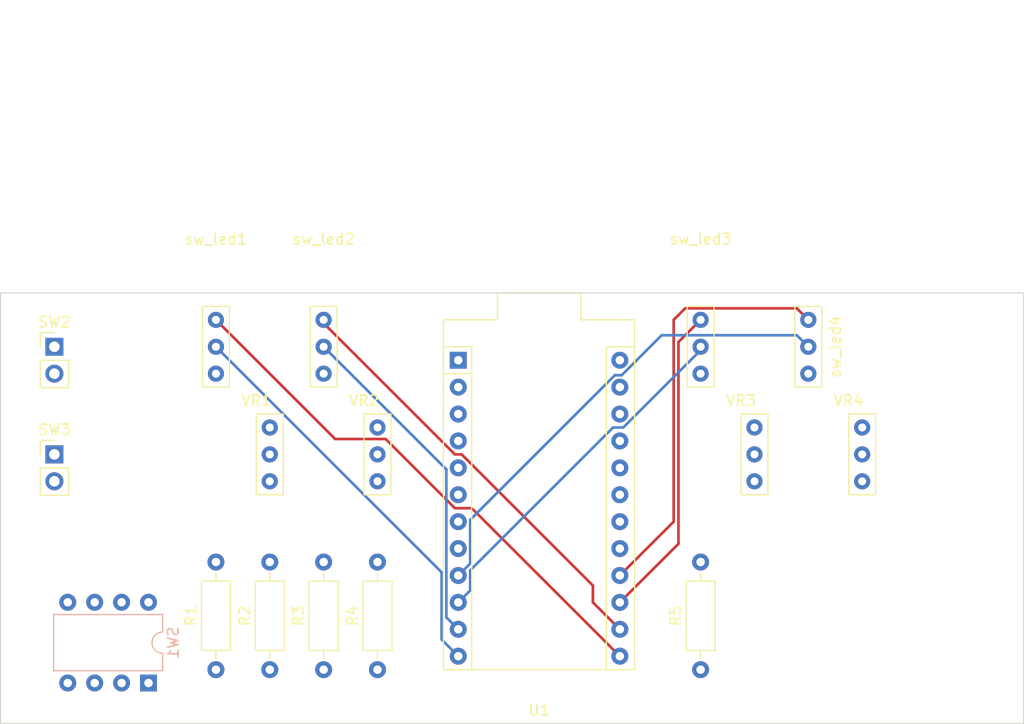
<source format=kicad_pcb>
(kicad_pcb (version 20211014) (generator pcbnew)
  (layers (0 "F.Cu" signal) (31 "B.Cu" signal) (34 "B.Paste" user) (35 "F.Paste" user) (36 "B.SilkS" user "B.Silkscreen") (37 "F.SilkS" user "F.Silkscreen") (38 "B.Mask" user) (39 "F.Mask" user) (44 "Edge.Cuts" user))
  (net 0 "")
  (net 1 "Net-(R1-Pad1)")
  (net 2 "Net-(R1-Pad2)")
  (net 3 "Net-(R2-Pad1)")
  (net 4 "Net-(R3-Pad1)")
  (net 5 "Net-(R4-Pad1)")
  (net 6 "GND")
  (net 7 "+5V")
  (net 8 "Net-(SW2-Pad2)")
  (net 9 "Net-(SW3-Pad2)")
  (net 10 "Net-(U1-Pad13)")
  (net 11 "Net-(U1-Pad12)")
  (net 12 "Net-(U1-Pad14)")
  (net 13 "Net-(U1-Pad11)")
  (net 14 "Net-(U1-Pad15)")
  (net 15 "Net-(U1-Pad10)")
  (net 16 "Net-(U1-Pad16)")
  (net 17 "Net-(U1-Pad9)")
  (net 20 "Net-(U1-Pad17)")
  (net 21 "Net-(U1-Pad18)")
  (net 22 "Net-(U1-Pad19)")
  (net 23 "Net-(U1-Pad20)")
  (footprint "RobotController:ArcadeButton" (layer "F.Cu") (at 93.98 96.52)
    (fp_text reference "sw_led1" (at 0 -7.62 unlocked) (layer "F.SilkS"))
    (fp_text value "ArcadeButton")
    (fp_rect (start -1.27 -1.27) (end 1.27 6.35) (layer "F.SilkS") (width 0.12) (fill none))
    (pad "1" thru_hole circle (at 0 0) (size 1.524 1.524) (drill 0.762) (layers *.Cu *.Mask) (net 10 "Net-(U1-Pad13)"))
    (pad "2" thru_hole circle (at 0 2.54) (size 1.524 1.524) (drill 0.762) (layers *.Cu *.Mask) (net 11 "Net-(U1-Pad12)"))
    (pad "3" thru_hole circle (at 0 5.08) (size 1.524 1.524) (drill 0.762) (layers *.Cu *.Mask) (net 6 "GND"))
  )
  (footprint "RobotController:SliderPot" (layer "F.Cu") (at 144.78 106.68)
    (fp_text reference "VR3" (at -1.27 -2.54 unlocked) (layer "F.SilkS"))
    (fp_text value "SliderPot")
    (fp_rect (start -1.27 -1.27) (end 1.27 6.35) (layer "F.SilkS") (width 0.12) (fill none))
    (pad "1" thru_hole circle (at 0 0) (size 1.524 1.524) (drill 0.762) (layers *.Cu *.Mask) (net 21 "Net-(U1-Pad18)"))
    (pad "2" thru_hole circle (at 0 2.54) (size 1.524 1.524) (drill 0.762) (layers *.Cu *.Mask) (net 7 "+5V"))
    (pad "3" thru_hole circle (at 0 5.08) (size 1.524 1.524) (drill 0.762) (layers *.Cu *.Mask) (net 6 "GND"))
  )
  (footprint "RobotController:ArcadeButton" (layer "F.Cu") (at 149.86 96.52)
    (fp_text reference "sw_led4" (at 2.54 2.54 90 unlocked) (layer "F.SilkS"))
    (fp_text value "ArcadeButton")
    (fp_rect (start -1.27 -1.27) (end 1.27 6.35) (layer "F.SilkS") (width 0.12) (fill none))
    (pad "1" thru_hole circle (at 0 0) (size 1.524 1.524) (drill 0.762) (layers *.Cu *.Mask) (net 16 "Net-(U1-Pad16)"))
    (pad "2" thru_hole circle (at 0 2.54) (size 1.524 1.524) (drill 0.762) (layers *.Cu *.Mask) (net 17 "Net-(U1-Pad9)"))
    (pad "3" thru_hole circle (at 0 5.08) (size 1.524 1.524) (drill 0.762) (layers *.Cu *.Mask) (net 6 "GND"))
  )
  (footprint "RobotController:SliderPot" (layer "F.Cu") (at 109.22 106.68)
    (fp_text reference "VR2" (at -1.27 -2.54 unlocked) (layer "F.SilkS"))
    (fp_text value "SliderPot")
    (fp_rect (start -1.27 -1.27) (end 1.27 6.35) (layer "F.SilkS") (width 0.12) (fill none))
    (pad "1" thru_hole circle (at 0 0) (size 1.524 1.524) (drill 0.762) (layers *.Cu *.Mask) (net 22 "Net-(U1-Pad19)"))
    (pad "2" thru_hole circle (at 0 2.54) (size 1.524 1.524) (drill 0.762) (layers *.Cu *.Mask) (net 7 "+5V"))
    (pad "3" thru_hole circle (at 0 5.08) (size 1.524 1.524) (drill 0.762) (layers *.Cu *.Mask) (net 6 "GND"))
  )
  (footprint "Resistor_THT:R_Axial_DIN0207_L6.3mm_D2.5mm_P10.16mm_Horizontal" (layer "F.Cu") (at 99.06 129.54 90)
    (fp_text reference "R2" (at 5.08 -2.37 90) (layer "F.SilkS"))
    (fp_text value "20k")
    (fp_line (start 8.35 -1.37) (end 1.81 -1.37) (layer "F.SilkS") (width 0.12))
    (fp_line (start 8.35 1.37) (end 8.35 -1.37) (layer "F.SilkS") (width 0.12))
    (fp_line (start 1.04 0) (end 1.81 0) (layer "F.SilkS") (width 0.12))
    (fp_line (start 9.12 0) (end 8.35 0) (layer "F.SilkS") (width 0.12))
    (fp_line (start 1.81 1.37) (end 8.35 1.37) (layer "F.SilkS") (width 0.12))
    (fp_line (start 1.81 -1.37) (end 1.81 1.37) (layer "F.SilkS") (width 0.12))
    (pad "1" thru_hole circle (at 0 0 90) (size 1.6 1.6) (drill 0.8) (layers *.Cu *.Mask) (net 3 "Net-(R2-Pad1)"))
    (pad "2" thru_hole oval (at 10.16 0 90) (size 1.6 1.6) (drill 0.8) (layers *.Cu *.Mask) (net 1 "Net-(R1-Pad1)"))
  )
  (footprint "Resistor_THT:R_Axial_DIN0207_L6.3mm_D2.5mm_P10.16mm_Horizontal" (layer "F.Cu") (at 139.7 129.54 90)
    (fp_text reference "R5" (at 5.08 -2.37 90) (layer "F.SilkS"))
    (fp_text value "10k")
    (fp_line (start 1.81 1.37) (end 8.35 1.37) (layer "F.SilkS") (width 0.12))
    (fp_line (start 8.35 1.37) (end 8.35 -1.37) (layer "F.SilkS") (width 0.12))
    (fp_line (start 1.04 0) (end 1.81 0) (layer "F.SilkS") (width 0.12))
    (fp_line (start 1.81 -1.37) (end 1.81 1.37) (layer "F.SilkS") (width 0.12))
    (fp_line (start 8.35 -1.37) (end 1.81 -1.37) (layer "F.SilkS") (width 0.12))
    (fp_line (start 9.12 0) (end 8.35 0) (layer "F.SilkS") (width 0.12))
    (pad "1" thru_hole circle (at 0 0 90) (size 1.6 1.6) (drill 0.8) (layers *.Cu *.Mask) (net 1 "Net-(R1-Pad1)"))
    (pad "2" thru_hole oval (at 10.16 0 90) (size 1.6 1.6) (drill 0.8) (layers *.Cu *.Mask) (net 6 "GND"))
  )
  (footprint "Resistor_THT:R_Axial_DIN0207_L6.3mm_D2.5mm_P10.16mm_Horizontal" (layer "F.Cu") (at 109.22 129.54 90)
    (fp_text reference "R4" (at 5.08 -2.37 90) (layer "F.SilkS"))
    (fp_text value "80k")
    (fp_line (start 1.81 1.37) (end 8.35 1.37) (layer "F.SilkS") (width 0.12))
    (fp_line (start 1.04 0) (end 1.81 0) (layer "F.SilkS") (width 0.12))
    (fp_line (start 9.12 0) (end 8.35 0) (layer "F.SilkS") (width 0.12))
    (fp_line (start 8.35 -1.37) (end 1.81 -1.37) (layer "F.SilkS") (width 0.12))
    (fp_line (start 1.81 -1.37) (end 1.81 1.37) (layer "F.SilkS") (width 0.12))
    (fp_line (start 8.35 1.37) (end 8.35 -1.37) (layer "F.SilkS") (width 0.12))
    (pad "1" thru_hole circle (at 0 0 90) (size 1.6 1.6) (drill 0.8) (layers *.Cu *.Mask) (net 5 "Net-(R4-Pad1)"))
    (pad "2" thru_hole oval (at 10.16 0 90) (size 1.6 1.6) (drill 0.8) (layers *.Cu *.Mask) (net 1 "Net-(R1-Pad1)"))
  )
  (footprint "Connector_PinHeader_2.54mm:PinHeader_1x02_P2.54mm_Vertical" (layer "F.Cu") (at 78.74 99.06)
    (fp_text reference "SW2" (at 0 -2.33) (layer "F.SilkS"))
    (fp_text value "SW_Push")
    (fp_line (start 1.33 1.27) (end 1.33 3.87) (layer "F.SilkS") (width 0.12))
    (fp_line (start -1.33 1.27) (end 1.33 1.27) (layer "F.SilkS") (width 0.12))
    (fp_line (start -1.33 3.87) (end 1.33 3.87) (layer "F.SilkS") (width 0.12))
    (fp_line (start -1.33 -1.33) (end 0 -1.33) (layer "F.SilkS") (width 0.12))
    (fp_line (start -1.33 0) (end -1.33 -1.33) (layer "F.SilkS") (width 0.12))
    (fp_line (start -1.33 1.27) (end -1.33 3.87) (layer "F.SilkS") (width 0.12))
    (pad "1" thru_hole rect (at 0 0) (size 1.7 1.7) (drill 1) (layers *.Cu *.Mask) (net 6 "GND"))
    (pad "2" thru_hole oval (at 0 2.54) (size 1.7 1.7) (drill 1) (layers *.Cu *.Mask) (net 8 "Net-(SW2-Pad2)"))
  )
  (footprint "Arduino:Sparkfun_Pro_Micro" (layer "F.Cu") (at 132.08 128.27 180)
    (fp_text reference "U1" (at 7.62 -5.08) (layer "F.SilkS"))
    (fp_text value "Sparkfun_Pro_Micro")
    (fp_line (start 11.557 34.29) (end 11.557 31.75) (layer "F.SilkS") (width 0.12))
    (fp_line (start 1.27 1.27) (end 1.27 -1.27) (layer "F.SilkS") (width 0.12))
    (fp_line (start 16.637 31.75) (end 16.64 -1.27) (layer "F.SilkS") (width 0.12))
    (fp_line (start 13.97 -1.27) (end 13.97 29.21) (layer "F.SilkS") (width 0.12))
    (fp_line (start 1.27 29.21) (end -1.4 29.21) (layer "F.SilkS") (width 0.12))
    (fp_line (start 13.97 26.67) (end 16.64 26.67) (layer "F.SilkS") (width 0.12))
    (fp_line (start 3.683 34.29) (end 11.557 34.29) (layer "F.SilkS") (width 0.12))
    (fp_line (start 13.97 29.21) (end 16.64 29.21) (layer "F.SilkS") (width 0.12))
    (fp_line (start 1.27 -1.27) (end -1.397 -1.27) (layer "F.SilkS") (width 0.12))
    (fp_line (start 3.683 34.29) (end 3.683 31.75) (layer "F.SilkS") (width 0.12))
    (fp_line (start 1.27 1.27) (end 1.27 29.21) (layer "F.SilkS") (width 0.12))
    (fp_line (start -1.397 31.75) (end 3.683 31.75) (layer "F.SilkS") (width 0.12))
    (fp_line (start -1.397 -1.27) (end -1.397 31.75) (layer "F.SilkS") (width 0.12))
    (fp_line (start 11.557 31.75) (end 16.637 31.75) (layer "F.SilkS") (width 0.12))
    (fp_line (start 13.97 -1.27) (end 16.64 -1.27) (layer "F.SilkS") (width 0.12))
    (fp_line (start 16.637 -1.27) (end 1.27 -1.27) (layer "F.SilkS") (width 0.12))
    (pad "1" thru_hole rect locked (at 15.24 27.94 180) (size 1.6 1.6) (drill 0.8) (layers *.Cu *.Mask))
    (pad "2" thru_hole oval locked (at 15.24 25.4 180) (size 1.6 1.6) (drill 0.8) (layers *.Cu *.Mask))
    (pad "3" thru_hole oval locked (at 15.24 22.86 180) (size 1.6 1.6) (drill 0.8) (layers *.Cu *.Mask) (net 6 "GND"))
    (pad "4" thru_hole oval locked (at 15.24 20.32 180) (size 1.6 1.6) (drill 0.8) (layers *.Cu *.Mask) (net 6 "GND"))
    (pad "5" thru_hole oval locked (at 15.24 17.78 180) (size 1.6 1.6) (drill 0.8) (layers *.Cu *.Mask) (net 8 "Net-(SW2-Pad2)"))
    (pad "6" thru_hole oval locked (at 15.24 15.24 180) (size 1.6 1.6) (drill 0.8) (layers *.Cu *.Mask) (net 9 "Net-(SW3-Pad2)"))
    (pad "7" thru_hole oval locked (at 15.24 12.7 180) (size 1.6 1.6) (drill 0.8) (layers *.Cu *.Mask) (net 1 "Net-(R1-Pad1)"))
    (pad "8" thru_hole oval locked (at 15.24 10.16 180) (size 1.6 1.6) (drill 0.8) (layers *.Cu *.Mask))
    (pad "9" thru_hole oval locked (at 15.24 7.62 180) (size 1.6 1.6) (drill 0.8) (layers *.Cu *.Mask) (net 17 "Net-(U1-Pad9)"))
    (pad "10" thru_hole oval locked (at 15.24 5.08 180) (size 1.6 1.6) (drill 0.8) (layers *.Cu *.Mask) (net 15 "Net-(U1-Pad10)"))
    (pad "11" thru_hole oval locked (at 15.24 2.54 180) (size 1.6 1.6) (drill 0.8) (layers *.Cu *.Mask) (net 13 "Net-(U1-Pad11)"))
    (pad "12" thru_hole oval locked (at 15.24 0 180) (size 1.6 1.6) (drill 0.8) (layers *.Cu *.Mask) (net 11 "Net-(U1-Pad12)"))
    (pad "13" thru_hole oval locked (at 0 0 180) (size 1.6 1.6) (drill 0.8) (layers *.Cu *.Mask) (net 10 "Net-(U1-Pad13)"))
    (pad "14" thru_hole oval locked (at 0 2.54 180) (size 1.6 1.6) (drill 0.8) (layers *.Cu *.Mask) (net 12 "Net-(U1-Pad14)"))
    (pad "15" thru_hole oval locked (at 0 5.08 180) (size 1.6 1.6) (drill 0.8) (layers *.Cu *.Mask) (net 14 "Net-(U1-Pad15)"))
    (pad "16" thru_hole oval locked (at 0 7.62 180) (size 1.6 1.6) (drill 0.8) (layers *.Cu *.Mask) (net 16 "Net-(U1-Pad16)"))
    (pad "17" thru_hole oval locked (at 0 10.16 180) (size 1.6 1.6) (drill 0.8) (layers *.Cu *.Mask) (net 20 "Net-(U1-Pad17)"))
    (pad "18" thru_hole oval locked (at 0 12.7 180) (size 1.6 1.6) (drill 0.8) (layers *.Cu *.Mask) (net 21 "Net-(U1-Pad18)"))
    (pad "19" thru_hole oval locked (at 0 15.24 180) (size 1.6 1.6) (drill 0.8) (layers *.Cu *.Mask) (net 22 "Net-(U1-Pad19)"))
    (pad "20" thru_hole oval locked (at 0 17.78 180) (size 1.6 1.6) (drill 0.8) (layers *.Cu *.Mask) (net 23 "Net-(U1-Pad20)"))
    (pad "21" thru_hole oval locked (at 0 20.32 180) (size 1.6 1.6) (drill 0.8) (layers *.Cu *.Mask) (net 7 "+5V"))
    (pad "22" thru_hole oval locked (at 0 22.86 180) (size 1.6 1.6) (drill 0.8) (layers *.Cu *.Mask))
    (pad "23" thru_hole oval locked (at 0 25.4 180) (size 1.6 1.6) (drill 0.8) (layers *.Cu *.Mask) (net 6 "GND"))
    (pad "24" thru_hole oval locked (at 0 27.94 180) (size 1.6 1.6) (drill 0.8) (layers *.Cu *.Mask))
  )
  (footprint "Connector_PinHeader_2.54mm:PinHeader_1x02_P2.54mm_Vertical" (layer "F.Cu") (at 78.74 109.22)
    (fp_text reference "SW3" (at 0 -2.33) (layer "F.SilkS"))
    (fp_text value "SW_Push")
    (fp_line (start -1.33 -1.33) (end 0 -1.33) (layer "F.SilkS") (width 0.12))
    (fp_line (start 1.33 1.27) (end 1.33 3.87) (layer "F.SilkS") (width 0.12))
    (fp_line (start -1.33 1.27) (end -1.33 3.87) (layer "F.SilkS") (width 0.12))
    (fp_line (start -1.33 1.27) (end 1.33 1.27) (layer "F.SilkS") (width 0.12))
    (fp_line (start -1.33 0) (end -1.33 -1.33) (layer "F.SilkS") (width 0.12))
    (fp_line (start -1.33 3.87) (end 1.33 3.87) (layer "F.SilkS") (width 0.12))
    (pad "1" thru_hole rect (at 0 0) (size 1.7 1.7) (drill 1) (layers *.Cu *.Mask) (net 6 "GND"))
    (pad "2" thru_hole oval (at 0 2.54) (size 1.7 1.7) (drill 1) (layers *.Cu *.Mask) (net 9 "Net-(SW3-Pad2)"))
  )
  (footprint "RobotController:SliderPot" (layer "F.Cu") (at 99.06 106.68)
    (fp_text reference "VR1" (at -1.27 -2.54 unlocked) (layer "F.SilkS"))
    (fp_text value "SliderPot")
    (fp_rect (start -1.27 -1.27) (end 1.27 6.35) (layer "F.SilkS") (width 0.12) (fill none))
    (pad "1" thru_hole circle (at 0 0) (size 1.524 1.524) (drill 0.762) (layers *.Cu *.Mask) (net 23 "Net-(U1-Pad20)"))
    (pad "2" thru_hole circle (at 0 2.54) (size 1.524 1.524) (drill 0.762) (layers *.Cu *.Mask) (net 7 "+5V"))
    (pad "3" thru_hole circle (at 0 5.08) (size 1.524 1.524) (drill 0.762) (layers *.Cu *.Mask) (net 6 "GND"))
  )
  (footprint "RobotController:ArcadeButton" (layer "F.Cu") (at 104.14 96.52)
    (fp_text reference "sw_led2" (at 0 -7.62 unlocked) (layer "F.SilkS"))
    (fp_text value "ArcadeButton")
    (fp_rect (start -1.27 -1.27) (end 1.27 6.35) (layer "F.SilkS") (width 0.12) (fill none))
    (pad "1" thru_hole circle (at 0 0) (size 1.524 1.524) (drill 0.762) (layers *.Cu *.Mask) (net 12 "Net-(U1-Pad14)"))
    (pad "2" thru_hole circle (at 0 2.54) (size 1.524 1.524) (drill 0.762) (layers *.Cu *.Mask) (net 13 "Net-(U1-Pad11)"))
    (pad "3" thru_hole circle (at 0 5.08) (size 1.524 1.524) (drill 0.762) (layers *.Cu *.Mask) (net 6 "GND"))
  )
  (footprint "Resistor_THT:R_Axial_DIN0207_L6.3mm_D2.5mm_P10.16mm_Horizontal" (layer "F.Cu") (at 104.14 129.54 90)
    (fp_text reference "R3" (at 5.08 -2.37 90) (layer "F.SilkS"))
    (fp_text value "40k")
    (fp_line (start 1.81 -1.37) (end 1.81 1.37) (layer "F.SilkS") (width 0.12))
    (fp_line (start 8.35 -1.37) (end 1.81 -1.37) (layer "F.SilkS") (width 0.12))
    (fp_line (start 1.81 1.37) (end 8.35 1.37) (layer "F.SilkS") (width 0.12))
    (fp_line (start 1.04 0) (end 1.81 0) (layer "F.SilkS") (width 0.12))
    (fp_line (start 8.35 1.37) (end 8.35 -1.37) (layer "F.SilkS") (width 0.12))
    (fp_line (start 9.12 0) (end 8.35 0) (layer "F.SilkS") (width 0.12))
    (pad "1" thru_hole circle (at 0 0 90) (size 1.6 1.6) (drill 0.8) (layers *.Cu *.Mask) (net 4 "Net-(R3-Pad1)"))
    (pad "2" thru_hole oval (at 10.16 0 90) (size 1.6 1.6) (drill 0.8) (layers *.Cu *.Mask) (net 1 "Net-(R1-Pad1)"))
  )
  (footprint "RobotController:SliderPot" (layer "F.Cu") (at 154.94 106.68)
    (fp_text reference "VR4" (at -1.27 -2.54 unlocked) (layer "F.SilkS"))
    (fp_text value "SliderPot")
    (fp_rect (start -1.27 -1.27) (end 1.27 6.35) (layer "F.SilkS") (width 0.12) (fill none))
    (pad "1" thru_hole circle (at 0 0) (size 1.524 1.524) (drill 0.762) (layers *.Cu *.Mask) (net 20 "Net-(U1-Pad17)"))
    (pad "2" thru_hole circle (at 0 2.54) (size 1.524 1.524) (drill 0.762) (layers *.Cu *.Mask) (net 7 "+5V"))
    (pad "3" thru_hole circle (at 0 5.08) (size 1.524 1.524) (drill 0.762) (layers *.Cu *.Mask) (net 6 "GND"))
  )
  (footprint "RobotController:ArcadeButton" (layer "F.Cu") (at 139.7 96.52)
    (fp_text reference "sw_led3" (at 0 -7.62 unlocked) (layer "F.SilkS"))
    (fp_text value "ArcadeButton")
    (fp_rect (start -1.27 -1.27) (end 1.27 6.35) (layer "F.SilkS") (width 0.12) (fill none))
    (pad "1" thru_hole circle (at 0 0) (size 1.524 1.524) (drill 0.762) (layers *.Cu *.Mask) (net 14 "Net-(U1-Pad15)"))
    (pad "2" thru_hole circle (at 0 2.54) (size 1.524 1.524) (drill 0.762) (layers *.Cu *.Mask) (net 15 "Net-(U1-Pad10)"))
    (pad "3" thru_hole circle (at 0 5.08) (size 1.524 1.524) (drill 0.762) (layers *.Cu *.Mask) (net 6 "GND"))
  )
  (footprint "Resistor_THT:R_Axial_DIN0207_L6.3mm_D2.5mm_P10.16mm_Horizontal" (layer "F.Cu") (at 93.98 129.54 90)
    (fp_text reference "R1" (at 5.08 -2.37 90) (layer "F.SilkS"))
    (fp_text value "10k")
    (fp_line (start 1.81 -1.37) (end 1.81 1.37) (layer "F.SilkS") (width 0.12))
    (fp_line (start 1.81 1.37) (end 8.35 1.37) (layer "F.SilkS") (width 0.12))
    (fp_line (start 8.35 -1.37) (end 1.81 -1.37) (layer "F.SilkS") (width 0.12))
    (fp_line (start 8.35 1.37) (end 8.35 -1.37) (layer "F.SilkS") (width 0.12))
    (fp_line (start 1.04 0) (end 1.81 0) (layer "F.SilkS") (width 0.12))
    (fp_line (start 9.12 0) (end 8.35 0) (layer "F.SilkS") (width 0.12))
    (pad "1" thru_hole circle (at 0 0 90) (size 1.6 1.6) (drill 0.8) (layers *.Cu *.Mask) (net 1 "Net-(R1-Pad1)"))
    (pad "2" thru_hole oval (at 10.16 0 90) (size 1.6 1.6) (drill 0.8) (layers *.Cu *.Mask) (net 2 "Net-(R1-Pad2)"))
  )
  (footprint "Package_DIP:DIP-8_W7.62mm" (layer "B.Cu") (at 87.62 130.8 90)
    (fp_text reference "SW1" (at 3.81 2.33 90) (layer "B.SilkS") (effects (justify mirror)))
    (fp_text value "SW_DIP_x04")
    (fp_line (start 2.81 1.33) (end 1.16 1.33) (layer "B.SilkS") (width 0.12))
    (fp_line (start 1.16 -8.95) (end 6.46 -8.95) (layer "B.SilkS") (width 0.12))
    (fp_line (start 1.16 1.33) (end 1.16 -8.95) (layer "B.SilkS") (width 0.12))
    (fp_line (start 6.46 1.33) (end 4.81 1.33) (layer "B.SilkS") (width 0.12))
    (fp_line (start 6.46 -8.95) (end 6.46 1.33) (layer "B.SilkS") (width 0.12))
    (fp_arc (start 2.81 1.33) (mid 3.81 0.33) (end 4.81 1.33) (layer "B.SilkS") (width 0.12))
    (pad "1" thru_hole rect (at 0 0 90) (size 1.6 1.6) (drill 0.8) (layers *.Cu *.Mask) (net 7 "+5V"))
    (pad "2" thru_hole oval (at 0 -2.54 90) (size 1.6 1.6) (drill 0.8) (layers *.Cu *.Mask) (net 7 "+5V"))
    (pad "3" thru_hole oval (at 0 -5.08 90) (size 1.6 1.6) (drill 0.8) (layers *.Cu *.Mask) (net 7 "+5V"))
    (pad "4" thru_hole oval (at 0 -7.62 90) (size 1.6 1.6) (drill 0.8) (layers *.Cu *.Mask) (net 7 "+5V"))
    (pad "5" thru_hole oval (at 7.62 -7.62 90) (size 1.6 1.6) (drill 0.8) (layers *.Cu *.Mask) (net 5 "Net-(R4-Pad1)"))
    (pad "6" thru_hole oval (at 7.62 -5.08 90) (size 1.6 1.6) (drill 0.8) (layers *.Cu *.Mask) (net 4 "Net-(R3-Pad1)"))
    (pad "7" thru_hole oval (at 7.62 -2.54 90) (size 1.6 1.6) (drill 0.8) (layers *.Cu *.Mask) (net 3 "Net-(R2-Pad1)"))
    (pad "8" thru_hole oval (at 7.62 0 90) (size 1.6 1.6) (drill 0.8) (layers *.Cu *.Mask) (net 2 "Net-(R1-Pad2)"))
  )
  (gr_rect (start 73.66 93.98) (end 170.18 134.62) (layer "Edge.Cuts") (width 0.1) (fill none))
  (segment (start 116.5197 114.3) (end 118.11 114.3) (width 0.25) (layer "F.Cu") (net 10))
  (segment (start 105.226511 107.766511) (end 109.986211 107.766511) (width 0.25) (layer "F.Cu") (net 10))
  (segment (start 93.98 96.52) (end 105.226511 107.766511) (width 0.25) (layer "F.Cu") (net 10))
  (segment (start 109.986211 107.766511) (end 116.5197 114.3) (width 0.25) (layer "F.Cu") (net 10))
  (segment (start 118.11 114.3) (end 132.08 128.27) (width 0.25) (layer "F.Cu") (net 10))
  (segment (start 93.98 99.06) (end 115.265969 120.345969) (width 0.25) (layer "B.Cu") (net 11))
  (segment (start 115.265969 126.695969) (end 116.84 128.27) (width 0.25) (layer "B.Cu") (net 11))
  (segment (start 115.265969 120.345969) (end 115.265969 126.695969) (width 0.25) (layer "B.Cu") (net 11))
  (segment (start 129.54 121.5997) (end 129.54 123.19) (width 0.25) (layer "F.Cu") (net 12))
  (segment (start 104.14 96.52) (end 104.14 96.8403) (width 0.25) (layer "F.Cu") (net 12))
  (segment (start 129.54 123.19) (end 132.08 125.73) (width 0.25) (layer "F.Cu") (net 12))
  (segment (start 104.14 96.8403) (end 116.5197 109.22) (width 0.25) (layer "F.Cu") (net 12))
  (segment (start 117.1603 109.22) (end 129.54 121.5997) (width 0.25) (layer "F.Cu") (net 12))
  (segment (start 116.5197 109.22) (end 117.1603 109.22) (width 0.25) (layer "F.Cu") (net 12))
  (segment (start 115.715489 110.635489) (end 115.715489 124.605489) (width 0.25) (layer "B.Cu") (net 13))
  (segment (start 104.14 99.06) (end 115.715489 110.635489) (width 0.25) (layer "B.Cu") (net 13))
  (segment (start 115.715489 124.605489) (end 116.84 125.73) (width 0.25) (layer "B.Cu") (net 13))
  (segment (start 137.60952 98.61048) (end 137.60952 117.66048) (width 0.25) (layer "F.Cu") (net 14))
  (segment (start 137.60952 117.66048) (end 132.08 123.19) (width 0.25) (layer "F.Cu") (net 14))
  (segment (start 139.7 96.52) (end 137.60952 98.61048) (width 0.25) (layer "F.Cu") (net 14))
  (segment (start 117.964511 120.161207) (end 117.964511 122.065489) (width 0.25) (layer "B.Cu") (net 15))
  (segment (start 132.4003 106.68) (end 131.445718 106.68) (width 0.25) (layer "B.Cu") (net 15))
  (segment (start 117.964511 122.065489) (end 116.84 123.19) (width 0.25) (layer "B.Cu") (net 15))
  (segment (start 139.7 99.06) (end 139.7 99.3803) (width 0.25) (layer "B.Cu") (net 15))
  (segment (start 139.7 99.3803) (end 132.4003 106.68) (width 0.25) (layer "B.Cu") (net 15))
  (segment (start 131.445718 106.68) (end 117.964511 120.161207) (width 0.25) (layer "B.Cu") (net 15))
  (segment (start 138.246511 95.433489) (end 137.16 96.52) (width 0.25) (layer "F.Cu") (net 16))
  (segment (start 148.773489 95.433489) (end 138.246511 95.433489) (width 0.25) (layer "F.Cu") (net 16))
  (segment (start 137.16 96.52) (end 137.16 115.57) (width 0.25) (layer "F.Cu") (net 16))
  (segment (start 149.86 96.52) (end 148.773489 95.433489) (width 0.25) (layer "F.Cu") (net 16))
  (segment (start 137.16 115.57) (end 132.08 120.65) (width 0.25) (layer "F.Cu") (net 16))
  (segment (start 132.254811 101.745489) (end 131.614211 101.745489) (width 0.25) (layer "B.Cu") (net 17))
  (segment (start 149.86 99.06) (end 148.773489 97.973489) (width 0.25) (layer "B.Cu") (net 17))
  (segment (start 136.026811 97.973489) (end 132.254811 101.745489) (width 0.25) (layer "B.Cu") (net 17))
  (segment (start 117.964511 119.525489) (end 116.84 120.65) (width 0.25) (layer "B.Cu") (net 17))
  (segment (start 148.773489 97.973489) (end 136.026811 97.973489) (width 0.25) (layer "B.Cu") (net 17))
  (segment (start 117.964511 115.395189) (end 117.964511 119.525489) (width 0.25) (layer "B.Cu") (net 17))
  (segment (start 131.614211 101.745489) (end 117.964511 115.395189) (width 0.25) (layer "B.Cu") (net 17))
)
</source>
